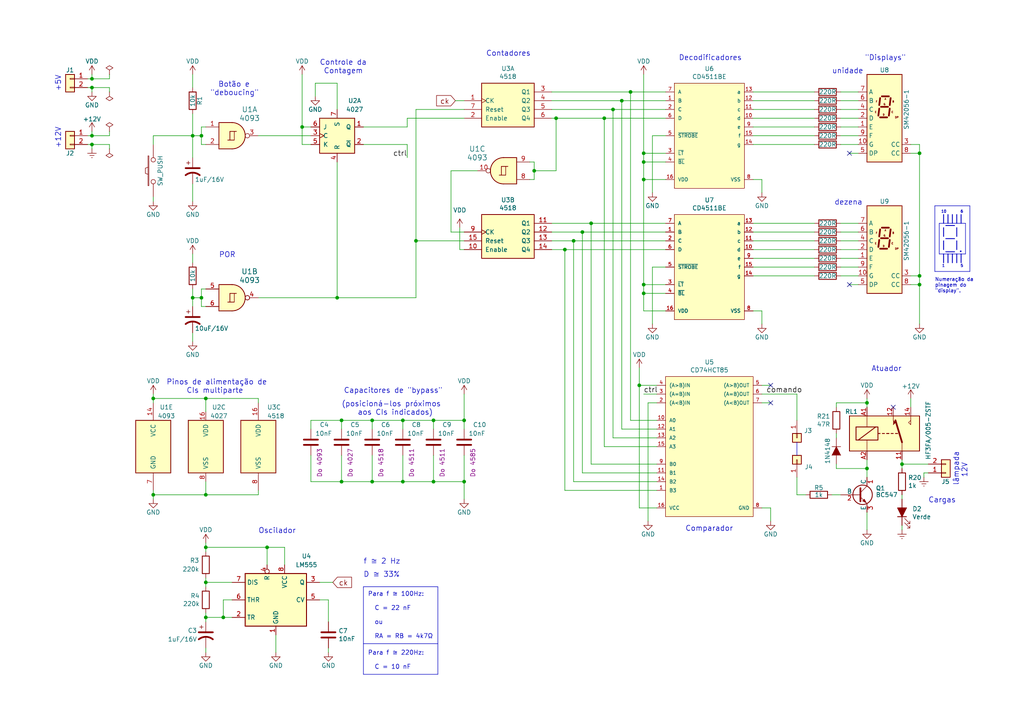
<source format=kicad_sch>
(kicad_sch (version 20230121) (generator eeschema)
  (paper "A4")
  (title_block (title "Dado Digital - CMOS") (date "2023-07-24") (rev "1.1.0") (company "ETE102 - Fundamentos de Circuitos Digitais") (comment 1 "Licença: CC-BY-SA (http://creativecommons.org/licenses/by-sa/4.0/)"))
  (junction (at 186.69 52.07))
  (junction (at 177.8 31.75))
  (junction (at 55.88 86.36))
  (junction (at 64.77 179.07))
  (junction (at 186.69 82.55))
  (junction (at 59.69 143.51))
  (junction (at 55.88 39.37))
  (junction (at 154.94 49.53))
  (junction (at 168.91 67.31))
  (junction (at 116.84 121.92))
  (junction (at 161.29 34.29))
  (junction (at 99.06 121.92))
  (junction (at 77.47 158.75))
  (junction (at 26.67 41.91))
  (junction (at 87.63 36.83))
  (junction (at 97.79 86.36))
  (junction (at 125.73 121.92))
  (junction (at 59.69 158.75))
  (junction (at 266.7 44.45))
  (junction (at 266.7 82.55))
  (junction (at 44.45 115.57))
  (junction (at 185.42 111.76))
  (junction (at 171.45 64.77))
  (junction (at 163.83 72.39))
  (junction (at 251.46 135.89))
  (junction (at 261.62 134.62))
  (junction (at 116.84 139.7))
  (junction (at 180.34 29.21))
  (junction (at 186.69 44.45))
  (junction (at 107.95 139.7))
  (junction (at 99.06 139.7))
  (junction (at 59.69 179.07))
  (junction (at 125.73 139.7))
  (junction (at 134.62 121.92))
  (junction (at 251.46 116.84))
  (junction (at 26.67 22.86))
  (junction (at 58.42 39.37))
  (junction (at 120.65 69.85))
  (junction (at 26.67 39.37))
  (junction (at 59.69 115.57))
  (junction (at 166.37 69.85))
  (junction (at 107.95 121.92))
  (junction (at 44.45 143.51))
  (junction (at 58.42 86.36))
  (junction (at 59.69 168.91))
  (junction (at 134.62 139.7))
  (junction (at 175.26 34.29))
  (junction (at 26.67 25.4))
  (junction (at 186.69 46.99))
  (junction (at 186.69 85.09))
  (junction (at 182.88 26.67))
  (junction (at 266.7 80.01))
  (no_connect (at 223.52 111.76))
  (no_connect (at 223.52 116.84))
  (no_connect (at 246.38 82.55))
  (no_connect (at 246.38 44.45))
  (no_connect (at 259.08 118.11))
  (wire (pts (xy 74.93 143.51) (xy 59.69 143.51)))
  (wire (pts (xy 116.84 139.7) (xy 107.95 139.7)))
  (wire (pts (xy 243.84 34.29) (xy 248.92 34.29)))
  (wire (pts (xy 59.69 158.75) (xy 59.69 160.02)))
  (wire (pts (xy 166.37 69.85) (xy 166.37 139.7)))
  (wire (pts (xy 134.62 132.08) (xy 134.62 139.7)))
  (polyline (pts (xy 278.511 72.771) (xy 278.765 72.771)))
  (wire (pts (xy 120.65 69.85) (xy 120.65 31.75)))
  (wire (pts (xy 218.44 69.85) (xy 236.22 69.85)))
  (wire (pts (xy 175.26 129.54) (xy 190.5 129.54)))
  (wire (pts (xy 246.38 82.55) (xy 248.92 82.55)))
  (wire (pts (xy 171.45 64.77) (xy 171.45 134.62)))
  (wire (pts (xy 177.8 127) (xy 190.5 127)))
  (polyline (pts (xy 127 195.58) (xy 105.41 195.58)))
  (wire (pts (xy 242.57 135.89) (xy 251.46 135.89)))
  (wire (pts (xy 99.06 121.92) (xy 107.95 121.92)))
  (wire (pts (xy 44.45 58.42) (xy 44.45 57.15)))
  (wire (pts (xy 193.04 85.09) (xy 186.69 85.09)))
  (wire (pts (xy 218.44 67.31) (xy 236.22 67.31)))
  (wire (pts (xy 26.67 22.86) (xy 31.75 22.86)))
  (wire (pts (xy 95.25 180.34) (xy 95.25 173.99)))
  (wire (pts (xy 223.52 147.32) (xy 223.52 151.13)))
  (wire (pts (xy 97.79 86.36) (xy 120.65 86.36)))
  (wire (pts (xy 130.81 67.31) (xy 130.81 49.53)))
  (wire (pts (xy 77.47 163.83) (xy 77.47 158.75)))
  (wire (pts (xy 125.73 121.92) (xy 134.62 121.92)))
  (wire (pts (xy 218.44 34.29) (xy 236.22 34.29)))
  (wire (pts (xy 182.88 121.92) (xy 182.88 26.67)))
  (polyline (pts (xy 271.145 78.74) (xy 281.305 78.74)))
  (wire (pts (xy 218.44 36.83) (xy 236.22 36.83)))
  (wire (pts (xy 261.62 134.62) (xy 261.62 135.89)))
  (wire (pts (xy 186.69 85.09) (xy 186.69 90.17)))
  (wire (pts (xy 74.93 142.24) (xy 74.93 143.51)))
  (wire (pts (xy 55.88 83.82) (xy 55.88 86.36)))
  (wire (pts (xy 95.25 189.23) (xy 95.25 187.96)))
  (wire (pts (xy 266.7 44.45) (xy 264.16 44.45)))
  (wire (pts (xy 107.95 124.46) (xy 107.95 121.92)))
  (wire (pts (xy 58.42 86.36) (xy 55.88 86.36)))
  (wire (pts (xy 25.4 25.4) (xy 26.67 25.4)))
  (wire (pts (xy 44.45 115.57) (xy 59.69 115.57)))
  (polyline (pts (xy 273.685 69.85) (xy 273.685 72.39)) (stroke (width 0.254) (type solid)))
  (wire (pts (xy 251.46 115.57) (xy 251.46 116.84)))
  (wire (pts (xy 163.83 142.24) (xy 190.5 142.24)))
  (wire (pts (xy 168.91 67.31) (xy 168.91 137.16)))
  (wire (pts (xy 90.17 41.91) (xy 87.63 41.91)))
  (wire (pts (xy 269.24 137.16) (xy 267.97 137.16)))
  (wire (pts (xy 242.57 125.73) (xy 242.57 127)))
  (wire (pts (xy 134.62 121.92) (xy 134.62 124.46)))
  (wire (pts (xy 99.06 139.7) (xy 99.06 132.08)))
  (wire (pts (xy 64.77 173.99) (xy 67.31 173.99)))
  (wire (pts (xy 193.04 90.17) (xy 186.69 90.17)))
  (polyline (pts (xy 277.495 73.66) (xy 277.495 76.2)) (stroke (width 0.254) (type solid)))
  (wire (pts (xy 266.7 41.91) (xy 266.7 44.45)))
  (polyline (pts (xy 273.685 73.66) (xy 273.685 76.2)) (stroke (width 0.254) (type solid)))
  (polyline (pts (xy 272.415 73.66) (xy 280.035 73.66)) (stroke (width 0) (type solid)))
  (wire (pts (xy 120.65 86.36) (xy 120.65 69.85)))
  (wire (pts (xy 80.01 189.23) (xy 80.01 184.15)))
  (wire (pts (xy 243.84 41.91) (xy 248.92 41.91)))
  (wire (pts (xy 218.44 29.21) (xy 236.22 29.21)))
  (wire (pts (xy 125.73 139.7) (xy 116.84 139.7)))
  (wire (pts (xy 59.69 168.91) (xy 59.69 170.18)))
  (wire (pts (xy 261.62 143.51) (xy 261.62 144.78)))
  (wire (pts (xy 175.26 129.54) (xy 175.26 34.29)))
  (polyline (pts (xy 281.305 59.69) (xy 271.145 59.69)))
  (wire (pts (xy 26.67 39.37) (xy 31.75 39.37)))
  (wire (pts (xy 160.02 72.39) (xy 163.83 72.39)))
  (wire (pts (xy 243.84 26.67) (xy 248.92 26.67)))
  (wire (pts (xy 55.88 33.02) (xy 55.88 39.37)))
  (polyline (pts (xy 276.225 62.23) (xy 276.225 64.77)) (stroke (width 0.254) (type solid)))
  (wire (pts (xy 231.14 143.51) (xy 231.14 138.43)))
  (wire (pts (xy 31.75 25.4) (xy 31.75 26.67)))
  (wire (pts (xy 90.17 121.92) (xy 99.06 121.92)))
  (wire (pts (xy 87.63 21.59) (xy 87.63 36.83)))
  (polyline (pts (xy 272.415 64.77) (xy 272.415 73.66)) (stroke (width 0) (type solid)))
  (wire (pts (xy 154.94 46.99) (xy 154.94 49.53)))
  (wire (pts (xy 116.84 139.7) (xy 116.84 132.08)))
  (wire (pts (xy 251.46 133.35) (xy 251.46 135.89)))
  (wire (pts (xy 182.88 26.67) (xy 193.04 26.67)))
  (wire (pts (xy 59.69 115.57) (xy 74.93 115.57)))
  (wire (pts (xy 168.91 67.31) (xy 193.04 67.31)))
  (wire (pts (xy 220.98 90.17) (xy 220.98 93.98)))
  (wire (pts (xy 58.42 39.37) (xy 58.42 41.91)))
  (wire (pts (xy 193.04 39.37) (xy 189.23 39.37)))
  (wire (pts (xy 243.84 36.83) (xy 248.92 36.83)))
  (wire (pts (xy 261.62 152.4) (xy 261.62 153.67)))
  (wire (pts (xy 166.37 69.85) (xy 193.04 69.85)))
  (wire (pts (xy 185.42 111.76) (xy 190.5 111.76)))
  (wire (pts (xy 105.41 36.83) (xy 118.11 36.83)))
  (wire (pts (xy 177.8 31.75) (xy 193.04 31.75)))
  (wire (pts (xy 59.69 143.51) (xy 44.45 143.51)))
  (wire (pts (xy 266.7 80.01) (xy 266.7 82.55)))
  (wire (pts (xy 166.37 139.7) (xy 190.5 139.7)))
  (wire (pts (xy 160.02 67.31) (xy 168.91 67.31)))
  (wire (pts (xy 90.17 139.7) (xy 90.17 132.08)))
  (wire (pts (xy 266.7 44.45) (xy 266.7 80.01)))
  (wire (pts (xy 82.55 158.75) (xy 82.55 163.83)))
  (polyline (pts (xy 276.225 73.66) (xy 276.225 76.2)) (stroke (width 0.254) (type solid)))
  (wire (pts (xy 96.52 168.91) (xy 92.71 168.91)))
  (wire (pts (xy 261.62 134.62) (xy 269.24 134.62)))
  (wire (pts (xy 264.16 118.11) (xy 264.16 115.57)))
  (wire (pts (xy 243.84 74.93) (xy 248.92 74.93)))
  (wire (pts (xy 77.47 158.75) (xy 82.55 158.75)))
  (wire (pts (xy 218.44 26.67) (xy 236.22 26.67)))
  (wire (pts (xy 186.69 52.07) (xy 186.69 82.55)))
  (wire (pts (xy 74.93 86.36) (xy 97.79 86.36)))
  (wire (pts (xy 246.38 44.45) (xy 248.92 44.45)))
  (wire (pts (xy 185.42 111.76) (xy 185.42 106.68)))
  (wire (pts (xy 186.69 44.45) (xy 186.69 46.99)))
  (wire (pts (xy 107.95 139.7) (xy 99.06 139.7)))
  (wire (pts (xy 193.04 77.47) (xy 189.23 77.47)))
  (wire (pts (xy 175.26 34.29) (xy 193.04 34.29)))
  (wire (pts (xy 218.44 52.07) (xy 220.98 52.07)))
  (wire (pts (xy 31.75 22.86) (xy 31.75 21.59)))
  (wire (pts (xy 154.94 49.53) (xy 154.94 52.07)))
  (wire (pts (xy 180.34 124.46) (xy 180.34 29.21)))
  (wire (pts (xy 120.65 31.75) (xy 134.62 31.75)))
  (wire (pts (xy 55.88 21.59) (xy 55.88 25.4)))
  (wire (pts (xy 193.04 44.45) (xy 186.69 44.45)))
  (polyline (pts (xy 231.14 128.27) (xy 231.14 132.08)))
  (wire (pts (xy 267.97 137.16) (xy 267.97 138.43)))
  (wire (pts (xy 58.42 36.83) (xy 58.42 39.37)))
  (wire (pts (xy 26.67 41.91) (xy 31.75 41.91)))
  (wire (pts (xy 31.75 41.91) (xy 31.75 43.18)))
  (wire (pts (xy 44.45 116.84) (xy 44.45 115.57)))
  (wire (pts (xy 125.73 124.46) (xy 125.73 121.92)))
  (wire (pts (xy 118.11 34.29) (xy 118.11 36.83)))
  (wire (pts (xy 160.02 26.67) (xy 182.88 26.67)))
  (wire (pts (xy 67.31 168.91) (xy 59.69 168.91)))
  (wire (pts (xy 154.94 49.53) (xy 161.29 49.53)))
  (wire (pts (xy 182.88 121.92) (xy 190.5 121.92)))
  (wire (pts (xy 26.67 25.4) (xy 31.75 25.4)))
  (wire (pts (xy 44.45 39.37) (xy 55.88 39.37)))
  (wire (pts (xy 161.29 34.29) (xy 175.26 34.29)))
  (wire (pts (xy 231.14 143.51) (xy 233.68 143.51)))
  (wire (pts (xy 105.41 41.91) (xy 118.11 41.91)))
  (wire (pts (xy 243.84 69.85) (xy 248.92 69.85)))
  (wire (pts (xy 134.62 139.7) (xy 125.73 139.7)))
  (polyline (pts (xy 105.41 170.18) (xy 127 170.18)))
  (wire (pts (xy 59.69 179.07) (xy 64.77 179.07)))
  (wire (pts (xy 134.62 139.7) (xy 134.62 144.78)))
  (wire (pts (xy 251.46 148.59) (xy 251.46 153.67)))
  (wire (pts (xy 161.29 49.53) (xy 161.29 34.29)))
  (wire (pts (xy 154.94 52.07) (xy 153.67 52.07)))
  (polyline (pts (xy 278.765 73.025) (xy 278.511 73.025)))
  (wire (pts (xy 116.84 121.92) (xy 125.73 121.92)))
  (polyline (pts (xy 274.955 62.23) (xy 274.955 64.77)) (stroke (width 0.254) (type solid)))
  (wire (pts (xy 44.45 143.51) (xy 44.45 142.24)))
  (wire (pts (xy 251.46 135.89) (xy 251.46 138.43)))
  (wire (pts (xy 44.45 39.37) (xy 44.45 41.91)))
  (polyline (pts (xy 271.145 59.69) (xy 271.145 78.74)))
  (polyline (pts (xy 271.145 59.69) (xy 271.145 59.69)))
  (wire (pts (xy 186.69 46.99) (xy 186.69 52.07)))
  (wire (pts (xy 58.42 88.9) (xy 59.69 88.9)))
  (wire (pts (xy 118.11 34.29) (xy 134.62 34.29)))
  (wire (pts (xy 116.84 124.46) (xy 116.84 121.92)))
  (wire (pts (xy 133.35 66.04) (xy 133.35 72.39)))
  (wire (pts (xy 125.73 132.08) (xy 125.73 139.7)))
  (wire (pts (xy 218.44 31.75) (xy 236.22 31.75)))
  (wire (pts (xy 134.62 72.39) (xy 133.35 72.39)))
  (wire (pts (xy 25.4 22.86) (xy 26.67 22.86)))
  (wire (pts (xy 107.95 132.08) (xy 107.95 139.7)))
  (wire (pts (xy 243.84 31.75) (xy 248.92 31.75)))
  (wire (pts (xy 251.46 116.84) (xy 251.46 118.11)))
  (wire (pts (xy 59.69 187.96) (xy 59.69 189.23)))
  (polyline (pts (xy 105.41 170.18) (xy 105.41 195.58)))
  (wire (pts (xy 59.69 158.75) (xy 77.47 158.75)))
  (wire (pts (xy 243.84 64.77) (xy 248.92 64.77)))
  (polyline (pts (xy 274.32 73.025) (xy 276.86 73.025)) (stroke (width 0.254) (type solid)))
  (wire (pts (xy 223.52 116.84) (xy 220.98 116.84)))
  (wire (pts (xy 26.67 41.91) (xy 26.67 43.18)))
  (wire (pts (xy 64.77 179.07) (xy 64.77 173.99)))
  (polyline (pts (xy 273.685 66.04) (xy 273.685 68.58)) (stroke (width 0.254) (type solid)))
  (wire (pts (xy 189.23 39.37) (xy 189.23 55.88)))
  (wire (pts (xy 160.02 31.75) (xy 177.8 31.75)))
  (wire (pts (xy 59.69 83.82) (xy 58.42 83.82)))
  (wire (pts (xy 58.42 83.82) (xy 58.42 86.36)))
  (wire (pts (xy 87.63 36.83) (xy 87.63 41.91)))
  (polyline (pts (xy 127 170.18) (xy 127 195.58)))
  (wire (pts (xy 99.06 139.7) (xy 90.17 139.7)))
  (wire (pts (xy 190.5 114.3) (xy 186.69 114.3)))
  (wire (pts (xy 59.69 157.48) (xy 59.69 158.75)))
  (wire (pts (xy 25.4 41.91) (xy 26.67 41.91)))
  (wire (pts (xy 134.62 69.85) (xy 120.65 69.85)))
  (wire (pts (xy 218.44 39.37) (xy 236.22 39.37)))
  (wire (pts (xy 218.44 41.91) (xy 236.22 41.91)))
  (wire (pts (xy 190.5 147.32) (xy 185.42 147.32)))
  (wire (pts (xy 74.93 115.57) (xy 74.93 116.84)))
  (wire (pts (xy 220.98 147.32) (xy 223.52 147.32)))
  (wire (pts (xy 220.98 52.07) (xy 220.98 55.88)))
  (wire (pts (xy 59.69 139.7) (xy 59.69 143.51)))
  (wire (pts (xy 171.45 134.62) (xy 190.5 134.62)))
  (wire (pts (xy 160.02 34.29) (xy 161.29 34.29)))
  (wire (pts (xy 90.17 36.83) (xy 87.63 36.83)))
  (wire (pts (xy 186.69 21.59) (xy 186.69 44.45)))
  (wire (pts (xy 55.88 76.2) (xy 55.88 73.66)))
  (wire (pts (xy 97.79 46.99) (xy 97.79 86.36)))
  (polyline (pts (xy 277.495 69.85) (xy 277.495 72.39)) (stroke (width 0.254) (type solid)))
  (wire (pts (xy 134.62 121.92) (xy 134.62 114.3)))
  (wire (pts (xy 55.88 58.42) (xy 55.88 53.34)))
  (wire (pts (xy 25.4 39.37) (xy 26.67 39.37)))
  (wire (pts (xy 163.83 72.39) (xy 163.83 142.24)))
  (wire (pts (xy 59.69 119.38) (xy 59.69 115.57)))
  (wire (pts (xy 266.7 82.55) (xy 264.16 82.55)))
  (polyline (pts (xy 278.765 73.66) (xy 278.765 76.2)) (stroke (width 0.254) (type solid)))
  (wire (pts (xy 243.84 80.01) (xy 248.92 80.01)))
  (wire (pts (xy 185.42 147.32) (xy 185.42 111.76)))
  (wire (pts (xy 187.96 116.84) (xy 190.5 116.84)))
  (wire (pts (xy 186.69 82.55) (xy 186.69 85.09)))
  (wire (pts (xy 153.67 46.99) (xy 154.94 46.99)))
  (wire (pts (xy 58.42 41.91) (xy 59.69 41.91)))
  (wire (pts (xy 74.93 39.37) (xy 90.17 39.37)))
  (wire (pts (xy 242.57 135.89) (xy 242.57 134.62)))
  (polyline (pts (xy 274.32 65.405) (xy 276.86 65.405)) (stroke (width 0.254) (type solid)))
  (polyline (pts (xy 274.955 73.66) (xy 274.955 76.2)) (stroke (width 0.254) (type solid)))
  (wire (pts (xy 26.67 38.1) (xy 26.67 39.37)))
  (wire (pts (xy 55.88 39.37) (xy 58.42 39.37)))
  (wire (pts (xy 218.44 80.01) (xy 236.22 80.01)))
  (polyline (pts (xy 277.495 66.04) (xy 277.495 68.58)) (stroke (width 0.254) (type solid)))
  (polyline (pts (xy 127 186.69) (xy 105.41 186.69)))
  (wire (pts (xy 231.14 114.3) (xy 231.14 121.92)))
  (wire (pts (xy 160.02 64.77) (xy 171.45 64.77)))
  (wire (pts (xy 58.42 86.36) (xy 58.42 88.9)))
  (wire (pts (xy 242.57 116.84) (xy 242.57 118.11)))
  (polyline (pts (xy 278.765 72.771) (xy 278.765 73.025)))
  (polyline (pts (xy 281.305 78.74) (xy 281.305 59.69)))
  (wire (pts (xy 180.34 124.46) (xy 190.5 124.46)))
  (wire (pts (xy 160.02 29.21) (xy 180.34 29.21)))
  (wire (pts (xy 130.81 49.53) (xy 138.43 49.53)))
  (polyline (pts (xy 277.495 62.23) (xy 277.495 64.77)) (stroke (width 0.254) (type solid)))
  (wire (pts (xy 97.79 24.13) (xy 97.79 31.75)))
  (wire (pts (xy 160.02 69.85) (xy 166.37 69.85)))
  (wire (pts (xy 95.25 173.99) (xy 92.71 173.99)))
  (wire (pts (xy 26.67 22.86) (xy 26.67 21.59)))
  (wire (pts (xy 218.44 90.17) (xy 220.98 90.17)))
  (wire (pts (xy 243.84 77.47) (xy 248.92 77.47)))
  (wire (pts (xy 218.44 77.47) (xy 236.22 77.47)))
  (wire (pts (xy 44.45 115.57) (xy 44.45 114.3)))
  (wire (pts (xy 171.45 64.77) (xy 193.04 64.77)))
  (wire (pts (xy 190.5 137.16) (xy 168.91 137.16)))
  (wire (pts (xy 261.62 134.62) (xy 261.62 133.35)))
  (wire (pts (xy 251.46 116.84) (xy 242.57 116.84)))
  (wire (pts (xy 177.8 127) (xy 177.8 31.75)))
  (wire (pts (xy 266.7 41.91) (xy 264.16 41.91)))
  (wire (pts (xy 59.69 179.07) (xy 59.69 180.34)))
  (wire (pts (xy 193.04 46.99) (xy 186.69 46.99)))
  (wire (pts (xy 243.84 29.21) (xy 248.92 29.21)))
  (wire (pts (xy 180.34 29.21) (xy 193.04 29.21)))
  (wire (pts (xy 220.98 114.3) (xy 231.14 114.3)))
  (wire (pts (xy 67.31 179.07) (xy 64.77 179.07)))
  (wire (pts (xy 31.75 39.37) (xy 31.75 38.1)))
  (wire (pts (xy 130.81 67.31) (xy 134.62 67.31)))
  (wire (pts (xy 266.7 82.55) (xy 266.7 93.98)))
  (wire (pts (xy 218.44 72.39) (xy 236.22 72.39)))
  (wire (pts (xy 223.52 111.76) (xy 220.98 111.76)))
  (wire (pts (xy 193.04 52.07) (xy 186.69 52.07)))
  (polyline (pts (xy 278.765 62.23) (xy 278.765 64.77)) (stroke (width 0.254) (type solid)))
  (wire (pts (xy 266.7 80.01) (xy 264.16 80.01)))
  (wire (pts (xy 90.17 124.46) (xy 90.17 121.92)))
  (polyline (pts (xy 273.685 62.23) (xy 273.685 64.77)) (stroke (width 0.254) (type solid)))
  (wire (pts (xy 218.44 64.77) (xy 236.22 64.77)))
  (wire (pts (xy 163.83 72.39) (xy 193.04 72.39)))
  (wire (pts (xy 59.69 167.64) (xy 59.69 168.91)))
  (wire (pts (xy 241.3 143.51) (xy 243.84 143.51)))
  (wire (pts (xy 193.04 82.55) (xy 186.69 82.55)))
  (wire (pts (xy 26.67 25.4) (xy 26.67 26.67)))
  (wire (pts (xy 97.79 24.13) (xy 91.44 24.13)))
  (wire (pts (xy 55.88 39.37) (xy 55.88 45.72)))
  (wire (pts (xy 55.88 96.52) (xy 55.88 99.06)))
  (polyline (pts (xy 280.035 73.66) (xy 280.035 64.77)) (stroke (width 0) (type solid)))
  (wire (pts (xy 132.08 29.21) (xy 134.62 29.21)))
  (polyline (pts (xy 278.511 72.771) (xy 278.511 73.025)))
  (wire (pts (xy 99.06 124.46) (xy 99.06 121.92)))
  (polyline (pts (xy 272.415 64.77) (xy 280.035 64.77)) (stroke (width 0) (type solid)))
  (wire (pts (xy 59.69 36.83) (xy 58.42 36.83)))
  (wire (pts (xy 187.96 116.84) (xy 187.96 151.13)))
  (wire (pts (xy 91.44 24.13) (xy 91.44 27.94)))
  (wire (pts (xy 243.84 67.31) (xy 248.92 67.31)))
  (wire (pts (xy 59.69 177.8) (xy 59.69 179.07)))
  (wire (pts (xy 243.84 72.39) (xy 248.92 72.39)))
  (wire (pts (xy 189.23 77.47) (xy 189.23 93.98)))
  (wire (pts (xy 107.95 121.92) (xy 116.84 121.92)))
  (polyline (pts (xy 274.32 69.215) (xy 276.86 69.215)) (stroke (width 0.254) (type solid)))
  (wire (pts (xy 118.11 41.91) (xy 118.11 45.72)))
  (wire (pts (xy 44.45 144.78) (xy 44.45 143.51)))
  (wire (pts (xy 243.84 39.37) (xy 248.92 39.37)))
  (wire (pts (xy 218.44 74.93) (xy 236.22 74.93)))
  (wire (pts (xy 55.88 86.36) (xy 55.88 88.9)))
  (text "Capacitores de \"bypass\"" (at 99.695 114.3 0) (effects (font (size 1.524 1.524)) (justify left bottom)))
  (text "1" (at 273.177 77.724 0) (effects (font (size 0.762 0.762)) (justify left bottom)))
  (text "+12V" (at 17.78 43.18 90) (effects (font (size 1.524 1.524)) (justify left bottom)))
  (text "Para f ≅ 220Hz:\n\n  C = 10 nF" (at 106.68 194.31 0) (effects (font (size 1.27 1.27)) (justify left bottom)))
  (text "POR" (at 63.5 74.93 0) (effects (font (size 1.524 1.524)) (justify left bottom)))
  (text "Decodificadores" (at 196.85 17.78 0) (effects (font (size 1.524 1.524)) (justify left bottom)))
  (text "Para f ≅ 100Hz:\n\n  C = 22 nF\n\n  ou\n\n  RA = RB = 4k7Ω" (at 106.68 185.42 0) (effects (font (size 1.27 1.27)) (justify left bottom)))
  (text "Pinos de alimentação de\n     CIs multiparte" (at 48.26 114.3 0) (effects (font (size 1.524 1.524)) (justify left bottom)))
  (text "Oscilador" (at 74.93 154.94 0) (effects (font (size 1.524 1.524)) (justify left bottom)))
  (text "10" (at 272.923 61.976 0) (effects (font (size 0.762 0.762)) (justify left bottom)))
  (text "unidade" (at 241.3 21.59 0) (effects (font (size 1.524 1.524)) (justify left bottom)))
  (text "\"Displays\"" (at 250.825 17.78 0) (effects (font (size 1.524 1.524)) (justify left bottom)))
  (text "+5V" (at 17.78 26.67 90) (effects (font (size 1.524 1.524)) (justify left bottom)))
  (text "D ≅ 33%" (at 105.41 167.64 0) (effects (font (size 1.524 1.524)) (justify left bottom)))
  (text "Cargas" (at 269.24 146.05 0) (effects (font (size 1.524 1.524)) (justify left bottom)))
  (text "6" (at 278.511 61.976 0) (effects (font (size 0.762 0.762)) (justify left bottom)))
  (text "5" (at 278.511 77.724 0) (effects (font (size 0.762 0.762)) (justify left bottom)))
  (text "  Botão e\n\"deboucing\"" (at 60.96 27.94 0) (effects (font (size 1.524 1.524)) (justify left bottom)))
  (text "Atuador" (at 252.73 107.95 0) (effects (font (size 1.524 1.524)) (justify left bottom)))
  (text "Controle da\n Contagem" (at 92.71 21.59 0) (effects (font (size 1.524 1.524)) (justify left bottom)))
  (text "dezena" (at 250.19 59.69 0) (effects (font (size 1.524 1.524)) (justify right bottom)))
  (text "lâmpada\n  12V" (at 280.67 140.97 90) (effects (font (size 1.524 1.524)) (justify left bottom)))
  (text "(posicioná-los próximos\n    aos CIs indicados)" (at 99.06 120.65 0) (effects (font (size 1.524 1.524)) (justify left bottom)))
  (text "Contadores" (at 140.97 16.51 0) (effects (font (size 1.524 1.524)) (justify left bottom)))
  (text "Comparador" (at 198.755 154.305 0) (effects (font (size 1.524 1.524)) (justify left bottom)))
  (text "f ≅ 2 Hz" (at 105.41 163.83 0) (effects (font (size 1.524 1.524)) (justify left bottom)))
  (text "Numeração da\npinagem do\n\"display\"." (at 271.145 85.09 0) (effects (font (size 1.016 1.016)) (justify left bottom)))
  (label "comando" (at 222.25 114.3 0) (effects (font (size 1.524 1.524))))
  (label "ctrl" (at 118.11 45.72 180) (effects (font (size 1.524 1.524))))
  (label "ctrl" (at 186.69 114.3 0) (effects (font (size 1.524 1.524))))
  (global_label "ck" (shape input) (at 132.08 29.21 180) (effects (font (size 1.524 1.524))) (property "Intersheetrefs" "${INTERSHEET_REFS}" (effects hide)))
  (global_label "ck" (shape input) (at 96.52 168.91 0) (effects (font (size 1.524 1.524))) (property "Intersheetrefs" "${INTERSHEET_REFS}" (effects hide)))
  (symbol (lib_id "DD_CMOS-rescue:SW_PUSH") (at 44.45 49.53 90) (unit 1)
    (property "Reference" "SW1" (effects hide))
    (property "Value" "SW_PUSH" (at 46.482 49.53 0))
    (property "Footprint" "Button_Switch_THT:SW_PUSH_6mm" (effects hide))
  )
  (symbol (lib_id "power:GND") (at 44.45 58.42 0) (unit 1)
    (property "Reference" "#PWR06" (effects hide))
    (property "Value" "GND" (at 44.45 62.23 0))
  )
  (symbol (lib_id "DD_CMOS-rescue:R") (at 55.88 29.21 0) (unit 1)
    (property "Reference" "R1" (at 57.912 29.21 90))
    (property "Value" "10k" (at 55.88 29.21 90))
    (property "Footprint" "Resistor_THT:R_Axial_DIN0207_L6.3mm_D2.5mm_P10.16mm_Horizontal" (effects hide))
  )
  (symbol (lib_id "DD_CMOS-rescue:CP1-Device") (at 55.88 49.53 0) (unit 1)
    (property "Reference" "C1" (effects hide))
    (property "Value" "1uF/16V" (at 56.515 52.07 0) (effects (justify left)))
    (property "Footprint" "Capacitor_THT:CP_Radial_D5.0mm_P2.50mm" (effects hide))
  )
  (symbol (lib_id "power:GND") (at 55.88 58.42 0) (unit 1)
    (property "Reference" "#PWR010" (effects hide))
    (property "Value" "GND" (at 55.88 62.23 0))
  )
  (symbol (lib_id "power:VDD") (at 87.63 21.59 0) (unit 1)
    (property "Reference" "#PWR015" (effects hide))
    (property "Value" "VDD" (at 87.63 17.78 0))
  )
  (symbol (lib_id "4xxx:4027") (at 97.79 39.37 0) (unit 1)
    (property "Reference" "U2" (at 102.87 29.21 0))
    (property "Value" "4027" (at 102.87 31.75 0))
    (property "Footprint" "Package_DIP:DIP-16_W7.62mm_LongPads" (effects hide))
  )
  (symbol (lib_id "power:VDD") (at 55.88 73.66 0) (unit 1)
    (property "Reference" "#PWR011" (effects hide))
    (property "Value" "VDD" (at 55.88 69.85 0))
  )
  (symbol (lib_id "DD_CMOS-rescue:R") (at 55.88 80.01 0) (unit 1)
    (property "Reference" "R2" (effects hide))
    (property "Value" "10k" (at 55.88 80.01 90))
    (property "Footprint" "Resistor_THT:R_Axial_DIN0207_L6.3mm_D2.5mm_P10.16mm_Horizontal" (effects hide))
  )
  (symbol (lib_id "DD_CMOS-rescue:CP1-Device") (at 55.88 92.71 0) (unit 1)
    (property "Reference" "C2" (effects hide))
    (property "Value" "10uF/16V" (at 56.515 95.25 0) (effects (justify left)))
    (property "Footprint" "Capacitor_THT:CP_Radial_D5.0mm_P2.50mm" (effects hide))
  )
  (symbol (lib_id "power:GND") (at 55.88 99.06 0) (unit 1)
    (property "Reference" "#PWR012" (effects hide))
    (property "Value" "GND" (at 55.88 102.87 0))
  )
  (symbol (lib_id "power:VDD") (at 55.88 21.59 0) (unit 1)
    (property "Reference" "#PWR09" (effects hide))
    (property "Value" "VDD" (at 55.88 17.78 0))
  )
  (symbol (lib_id "DD_CMOS-rescue:R") (at 237.49 143.51 90) (unit 1)
    (property "Reference" "R5" (at 237.49 141.478 90))
    (property "Value" "1k" (at 237.49 143.51 90))
    (property "Footprint" "Resistor_THT:R_Axial_DIN0207_L6.3mm_D2.5mm_P10.16mm_Horizontal" (effects hide))
  )
  (symbol (lib_id "DD_CMOS-rescue:BC549") (at 248.92 143.51 0) (unit 1)
    (property "Reference" "Q1" (at 254 141.605 0) (effects (justify left)))
    (property "Value" "BC547" (at 254 143.51 0) (effects (justify left)))
    (property "Footprint" "Package_TO_SOT_THT:TO-92" (effects hide))
  )
  (symbol (lib_id "DD_CMOS-rescue:D") (at 242.57 130.81 270) (unit 1)
    (property "Reference" "D1" (effects hide))
    (property "Value" "1N4148" (at 240.03 130.81 0))
    (property "Footprint" "Diode_THT:D_DO-34_SOD68_P7.62mm_Horizontal" (effects hide))
  )
  (symbol (lib_id "power:VDD") (at 251.46 115.57 0) (unit 1)
    (property "Reference" "#PWR030" (effects hide))
    (property "Value" "VDD" (at 251.46 111.76 0))
  )
  (symbol (lib_id "power:GND") (at 251.46 153.67 0) (unit 1)
    (property "Reference" "#PWR031" (effects hide))
    (property "Value" "GND" (at 251.46 157.48 0))
  )
  (symbol (lib_id "power:GND") (at 187.96 151.13 0) (unit 1)
    (property "Reference" "#PWR024" (effects hide))
    (property "Value" "GND" (at 187.96 154.94 0))
  )
  (symbol (lib_id "DD_CMOS-rescue:R") (at 240.03 26.67 90) (unit 1)
    (property "Reference" "R6" (effects hide))
    (property "Value" "220R" (at 240.03 26.67 90))
    (property "Footprint" "Resistor_THT:R_Axial_DIN0207_L6.3mm_D2.5mm_P10.16mm_Horizontal" (effects hide))
  )
  (symbol (lib_id "power:VDD") (at 186.69 21.59 0) (unit 1)
    (property "Reference" "#PWR023" (effects hide))
    (property "Value" "VDD" (at 186.69 17.78 0))
  )
  (symbol (lib_id "power:GND") (at 189.23 55.88 0) (unit 1)
    (property "Reference" "#PWR025" (effects hide))
    (property "Value" "GND" (at 189.23 59.69 0))
  )
  (symbol (lib_id "power:GND") (at 91.44 27.94 0) (unit 1)
    (property "Reference" "#PWR016" (effects hide))
    (property "Value" "GND" (at 91.44 31.75 0))
  )
  (symbol (lib_id "power:GND") (at 266.7 93.98 0) (unit 1)
    (property "Reference" "#PWR034" (effects hide))
    (property "Value" "GND" (at 266.7 97.79 0))
  )
  (symbol (lib_id "power:VDD") (at 185.42 106.68 0) (unit 1)
    (property "Reference" "#PWR022" (effects hide))
    (property "Value" "VDD" (at 185.42 102.87 0))
  )
  (symbol (lib_id "power:GND") (at 26.67 26.67 0) (unit 1)
    (property "Reference" "#PWR02" (effects hide))
    (property "Value" "GND" (at 26.67 30.48 0))
  )
  (symbol (lib_id "4xxx:HEF4093B") (at 67.31 39.37 0) (unit 1)
    (property "Reference" "U1" (at 72.39 31.75 0) (effects (font (size 1.524 1.524))))
    (property "Value" "4093" (at 72.39 34.29 0) (effects (font (size 1.524 1.524))))
    (property "Footprint" "Package_DIP:DIP-14_W7.62mm_LongPads" (effects hide))
  )
  (symbol (lib_id "power:VDD") (at 44.45 114.3 0) (unit 1)
    (property "Reference" "#PWR07" (effects hide))
    (property "Value" "VDD" (at 44.45 110.49 0))
  )
  (symbol (lib_id "power:GND") (at 44.45 144.78 0) (unit 1)
    (property "Reference" "#PWR08" (effects hide))
    (property "Value" "GND" (at 44.45 148.59 0))
  )
  (symbol (lib_id "power:VDD") (at 26.67 21.59 0) (unit 1)
    (property "Reference" "#PWR01" (effects hide))
    (property "Value" "VDD" (at 26.67 17.78 0))
  )
  (symbol (lib_id "power:PWR_FLAG") (at 31.75 26.67 180) (unit 1)
    (property "Reference" "#PWR05" (effects hide))
    (property "Value" "PWR_FLAG" (effects hide))
  )
  (symbol (lib_id "power:GND") (at 189.23 93.98 0) (unit 1)
    (property "Reference" "#PWR026" (effects hide))
    (property "Value" "GND" (at 189.23 97.79 0))
  )
  (symbol (lib_id "power:+12V") (at 264.16 115.57 0) (unit 1)
    (property "Reference" "#PWR033" (effects hide))
    (property "Value" "+12V" (at 264.16 112.014 0))
  )
  (symbol (lib_id "power:+12V") (at 26.67 38.1 0) (unit 1)
    (property "Reference" "#PWR03" (effects hide))
    (property "Value" "+12V" (at 26.67 34.544 0))
  )
  (symbol (lib_id "DD_CMOS-rescue:FINDER-40.51") (at 256.54 125.73 0) (unit 1)
    (property "Reference" "RL1" (at 245.11 119.38 0) (effects (justify left)))
    (property "Value" "HF3FA/005-ZSTF" (at 269.24 133.35 90) (effects (justify left)))
    (property "Footprint" "Relay_THT:Relay_SPDT_SANYOU_SRD_Series_Form_C" (effects hide))
  )
  (symbol (lib_id "power:PWR_FLAG") (at 31.75 43.18 180) (unit 1)
    (property "Reference" "#FLG03" (effects hide))
    (property "Value" "PWR_FLAG" (effects hide))
  )
  (symbol (lib_id "power:PWR_FLAG") (at 31.75 38.1 0) (unit 1)
    (property "Reference" "#FLG02" (effects hide))
    (property "Value" "PWR_FLAG" (effects hide))
  )
  (symbol (lib_id "power:PWR_FLAG") (at 31.75 21.59 0) (unit 1)
    (property "Reference" "#FLG01" (effects hide))
    (property "Value" "PWR_FLAG" (effects hide))
  )
  (symbol (lib_id "4xxx:HEF4093B") (at 44.45 129.54 0) (unit 5)
    (property "Reference" "U1" (at 48.26 118.11 0))
    (property "Value" "4093" (at 48.26 120.65 0))
    (property "Footprint" "Package_DIP:DIP-14_W7.62mm_LongPads" (effects hide))
  )
  (symbol (lib_id "4xxx:HEF4093B") (at 67.31 86.36 0) (unit 2)
    (property "Reference" "U1" (at 72.39 78.74 0) (effects (font (size 1.524 1.524))))
    (property "Value" "4093" (at 72.39 81.28 0) (effects (font (size 1.524 1.524))))
    (property "Footprint" "Package_DIP:DIP-14_W7.62mm_LongPads" (effects hide))
  )
  (symbol (lib_id "4xxx:4518") (at 147.32 29.21 0) (unit 1)
    (property "Reference" "U3" (at 147.32 19.8882 0))
    (property "Value" "4518" (at 147.32 22.1996 0))
    (property "Footprint" "Package_DIP:DIP-16_W7.62mm_LongPads" (effects hide))
    (property "Datasheet" "http://www.intersil.com/content/dam/Intersil/documents/cd45/cd4518bms-20bms.pdf" (effects hide))
  )
  (symbol (lib_id "4xxx:4518") (at 147.32 67.31 0) (unit 2)
    (property "Reference" "U3" (at 147.32 57.9882 0))
    (property "Value" "4518" (at 147.32 60.2996 0))
    (property "Footprint" "Package_DIP:DIP-16_W7.62mm_LongPads" (effects hide))
    (property "Datasheet" "http://www.intersil.com/content/dam/Intersil/documents/cd45/cd4518bms-20bms.pdf" (effects hide))
  )
  (symbol (lib_id "4xxx:4518") (at 74.93 129.54 0) (unit 3)
    (property "Reference" "U3" (at 77.47 118.11 0) (effects (justify left)))
    (property "Value" "4518" (at 77.47 120.65 0) (effects (justify left)))
    (property "Footprint" "Package_DIP:DIP-16_W7.62mm_LongPads" (effects hide))
    (property "Datasheet" "http://www.intersil.com/content/dam/Intersil/documents/cd45/cd4518bms-20bms.pdf" (effects hide))
  )
  (symbol (lib_id "4xxx:4027") (at 59.69 129.54 0) (unit 3)
    (property "Reference" "U2" (at 63.5 118.11 0))
    (property "Value" "4027" (at 63.5 120.65 0))
    (property "Footprint" "Package_DIP:DIP-16_W7.62mm_LongPads" (effects hide))
  )
  (symbol (lib_id "DD_CMOS-rescue:CD4511BE-eec") (at 190.5 26.67 0) (unit 1)
    (property "Reference" "U6" (at 205.74 19.939 0))
    (property "Value" "CD4511BE" (at 205.74 22.2504 0))
    (property "Footprint" "Package_DIP:DIP-16_W7.62mm_LongPads" (effects hide))
    (property "Datasheet" "http://www.ti.com/general/docs/lit/getliterature.tsp?genericPartNumber=CD4511B&fileType=pdf" (effects hide))
    (property "Code  JEDEC" "MS-001" (effects hide))
    (property "Component Link 1 Description" "Manufacturer URL" (effects hide))
    (property "Component Link 1 URL" "http://www.ti.com/" (effects hide))
    (property "Component Link 3 Description" "Package Specification" (effects hide))
    (property "Component Link 3 URL" "http://www.ti.com/litv/pdf/mpdi002c" (effects hide))
    (property "Datasheet Version" "SCHS072B" (effects hide))
    (property "Mounting Technology" "Through Hole" (effects hide))
    (property "Package Description" "16-Pin Plastic In-Line, Body 19.305 x 6.35 mm, Pitch 2.54 mm" (effects hide))
    (property "Package Version" "4040049/E" (effects hide))
    (property "Rating" "Military" (effects hide))
    (property "Sub Family" "Discrete Segment LED Driver" (effects hide))
    (property "Vin Max V" "18" (effects hide))
    (property "Vin Min V" "3" (effects hide))
    (property "category" "IC" (effects hide))
    (property "ciiva ids" "13585921" (effects hide))
    (property "library id" "8d74ce39b66b2924" (effects hide))
    (property "manufacturer" "Texas Instruments" (effects hide))
    (property "package" "N0016A" (effects hide))
    (property "release date" "1464591341" (effects hide))
    (property "rohs" "Yes" (effects hide))
    (property "vault revision" "B4FF7ED3-A38F-4FCD-BB2B-34C921878191" (effects hide))
    (property "imported" "yes" (effects hide))
  )
  (symbol (lib_id "DD_CMOS-rescue:CD4511BE-eec") (at 190.5 64.77 0) (unit 1)
    (property "Reference" "U7" (at 205.74 58.039 0))
    (property "Value" "CD4511BE" (at 205.74 60.3504 0))
    (property "Footprint" "Package_DIP:DIP-16_W7.62mm_LongPads" (effects hide))
    (property "Datasheet" "http://www.ti.com/general/docs/lit/getliterature.tsp?genericPartNumber=CD4511B&fileType=pdf" (effects hide))
    (property "Code  JEDEC" "MS-001" (effects hide))
    (property "Component Link 1 Description" "Manufacturer URL" (effects hide))
    (property "Component Link 1 URL" "http://www.ti.com/" (effects hide))
    (property "Component Link 3 Description" "Package Specification" (effects hide))
    (property "Component Link 3 URL" "http://www.ti.com/litv/pdf/mpdi002c" (effects hide))
    (property "Datasheet Version" "SCHS072B" (effects hide))
    (property "Mounting Technology" "Through Hole" (effects hide))
    (property "Package Description" "16-Pin Plastic In-Line, Body 19.305 x 6.35 mm, Pitch 2.54 mm" (effects hide))
    (property "Package Version" "4040049/E" (effects hide))
    (property "Rating" "Military" (effects hide))
    (property "Sub Family" "Discrete Segment LED Driver" (effects hide))
    (property "Vin Max V" "18" (effects hide))
    (property "Vin Min V" "3" (effects hide))
    (property "category" "IC" (effects hide))
    (property "ciiva ids" "13585921" (effects hide))
    (property "library id" "8d74ce39b66b2924" (effects hide))
    (property "manufacturer" "Texas Instruments" (effects hide))
    (property "package" "N0016A" (effects hide))
    (property "release date" "1464591341" (effects hide))
    (property "rohs" "Yes" (effects hide))
    (property "vault revision" "B4FF7ED3-A38F-4FCD-BB2B-34C921878191" (effects hide))
    (property "imported" "yes" (effects hide))
  )
  (symbol (lib_id "DD_CMOS-rescue:CD74HCT85-eec") (at 187.96 111.76 0) (unit 1)
    (property "Reference" "U5" (at 205.74 105.029 0))
    (property "Value" "CD74HCT85" (at 205.74 107.3404 0))
    (property "Footprint" "Package_DIP:DIP-16_W7.62mm_LongPads" (effects hide))
    (property "Bits" "4" (effects hide))
    (property "Datasheet Version" "SCHS136E" (effects hide))
    (property "F  Nom VoltageMaxMhz" "70" (effects hide))
    (property "ICC  Nom VoltageMaxmA" "0.08" (effects hide))
    (property "Input Type" "TTL" (effects hide))
    (property "Operating Temperature RangeC" "-55 to 125" (effects hide))
    (property "Output Drive IOLIOHMaxmA" "4/-4" (effects hide))
    (property "Output Type" "CMOS" (effects hide))
    (property "Rating" "Catalog" (effects hide))
    (property "Schmitt Trigger" "No" (effects hide))
    (property "Technology Family" "HCT" (effects hide))
    (property "VCC Max V" "5.5" (effects hide))
    (property "VCC Min V" "4.5" (effects hide))
    (property "Voltage Nom V" "4.5" (effects hide))
    (property "category" "IC" (effects hide))
    (property "ciiva ids" "1166062" (effects hide))
    (property "library id" "fa29bd229b596f21" (effects hide))
    (property "manufacturer" "Texas Instruments" (effects hide))
    (property "package" "D0016A" (effects hide))
    (property "release date" "1459323913" (effects hide))
    (property "vault revision" "D5493793-D314-4725-94A2-C5A5787CEF4A" (effects hide))
    (property "imported" "yes" (effects hide))
    (property "tpd  Nom VoltageMaxns" "50" (effects hide))
  )
  (symbol (lib_id "power:Earth") (at 26.67 43.18 0) (unit 1)
    (property "Reference" "#PWR04" (effects hide))
    (property "Value" "Earth" (effects hide))
  )
  (symbol (lib_id "DD_CMOS-rescue:R") (at 261.62 139.7 0) (unit 1)
    (property "Reference" "R20" (at 263.398 138.5316 0) (effects (justify left)))
    (property "Value" "1k" (at 263.398 140.843 0) (effects (justify left)))
    (property "Footprint" "Resistor_THT:R_Axial_DIN0207_L6.3mm_D2.5mm_P10.16mm_Horizontal" (effects hide))
  )
  (symbol (lib_id "DD_CMOS-rescue:LED_ALT-Device") (at 261.62 148.59 90) (unit 1)
    (property "Reference" "D2" (at 264.6172 147.5994 90) (effects (justify right)))
    (property "Value" "Verde" (at 264.6172 149.9108 90) (effects (justify right)))
    (property "Footprint" "LED_THT:LED_D3.0mm" (effects hide))
  )
  (symbol (lib_id "DD_CMOS-rescue:R") (at 242.57 121.92 0) (unit 1)
    (property "Reference" "R21" (at 240.8174 120.7516 0) (effects (justify right)))
    (property "Value" "47R" (at 240.8174 123.063 0) (effects (justify right)))
    (property "Footprint" "Resistor_THT:R_Axial_DIN0207_L6.3mm_D2.5mm_P10.16mm_Horizontal" (effects hide))
  )
  (symbol (lib_id "power:GND") (at 220.98 55.88 0) (unit 1)
    (property "Reference" "#PWR027" (effects hide))
    (property "Value" "GND" (at 220.98 59.69 0))
  )
  (symbol (lib_id "Connector_Generic:Conn_01x01") (at 231.14 127 270) (unit 1)
    (property "Reference" "J3" (at 233.172 124.9172 90) (effects (justify left)))
    (property "Value" "Conn_01x01" (effects hide))
    (property "Footprint" "Connector_PinHeader_1.00mm:PinHeader_1x01_P1.00mm_Vertical" (effects hide))
  )
  (symbol (lib_id "Connector_Generic:Conn_01x01") (at 231.14 133.35 90) (unit 1)
    (property "Reference" "J4" (at 233.3752 135.4328 90) (effects (justify right)))
    (property "Value" "Conn_01x01" (effects hide))
    (property "Footprint" "Connector_PinHeader_1.00mm:PinHeader_1x01_P1.00mm_Vertical" (effects hide))
  )
  (symbol (lib_id "Connector_Generic:Conn_01x02") (at 20.32 22.86 0) (mirror y) (unit 1)
    (property "Reference" "J1" (at 20.32 20.32 0))
    (property "Value" "Conn_01x02" (effects hide))
    (property "Footprint" "TerminalBlock_Phoenix:TerminalBlock_Phoenix_MKDS-1,5-2_1x02_P5.00mm_Horizontal" (effects hide))
  )
  (symbol (lib_id "Connector_Generic:Conn_01x02") (at 20.32 39.37 0) (mirror y) (unit 1)
    (property "Reference" "J2" (at 20.32 44.45 0))
    (property "Value" "Conn_01x02" (effects hide))
    (property "Footprint" "TerminalBlock_Phoenix:TerminalBlock_Phoenix_MKDS-1,5-2_1x02_P5.00mm_Horizontal" (effects hide))
  )
  (symbol (lib_id "Connector_Generic:Conn_01x02") (at 274.32 137.16 0) (mirror x) (unit 1)
    (property "Reference" "J5" (at 273.05 139.7 0) (effects (justify left)))
    (property "Value" "Conn_01x02" (effects hide))
    (property "Footprint" "TerminalBlock_Phoenix:TerminalBlock_Phoenix_MKDS-1,5-2_1x02_P5.00mm_Horizontal" (effects hide))
  )
  (symbol (lib_id "power:GND") (at 220.98 93.98 0) (unit 1)
    (property "Reference" "#PWR028" (effects hide))
    (property "Value" "GND" (at 220.98 97.79 0))
  )
  (symbol (lib_id "Display_Character:SM420561N") (at 256.54 34.29 0) (unit 1)
    (property "Reference" "U8" (at 256.54 20.32 0))
    (property "Value" "SM42056-1" (at 262.89 31.75 90))
    (property "Footprint" "Display_7Segment:7SegmentLED_LTS6760_LTS6780" (effects hide))
    (property "Datasheet" "https://datasheet.lcsc.com/szlcsc/Wuxi-ARK-Tech-Elec-SM420561N_C141367.pdf" (effects hide))
  )
  (symbol (lib_id "Display_Character:SM420561N") (at 256.54 72.39 0) (unit 1)
    (property "Reference" "U9" (at 256.54 58.42 0))
    (property "Value" "SM42056-1" (at 262.89 69.85 90))
    (property "Footprint" "Display_7Segment:7SegmentLED_LTS6760_LTS6780" (effects hide))
    (property "Datasheet" "https://datasheet.lcsc.com/szlcsc/Wuxi-ARK-Tech-Elec-SM420561N_C141367.pdf" (effects hide))
  )
  (symbol (lib_id "DD_CMOS-rescue:R") (at 240.03 29.21 90) (unit 1)
    (property "Reference" "R7" (effects hide))
    (property "Value" "220R" (at 240.03 29.21 90))
    (property "Footprint" "Resistor_THT:R_Axial_DIN0207_L6.3mm_D2.5mm_P10.16mm_Horizontal" (effects hide))
  )
  (symbol (lib_id "DD_CMOS-rescue:R") (at 240.03 31.75 90) (unit 1)
    (property "Reference" "R8" (effects hide))
    (property "Value" "220R" (at 240.03 31.75 90))
    (property "Footprint" "Resistor_THT:R_Axial_DIN0207_L6.3mm_D2.5mm_P10.16mm_Horizontal" (effects hide))
  )
  (symbol (lib_id "DD_CMOS-rescue:R") (at 240.03 34.29 90) (unit 1)
    (property "Reference" "R9" (effects hide))
    (property "Value" "220R" (at 240.03 34.29 90))
    (property "Footprint" "Resistor_THT:R_Axial_DIN0207_L6.3mm_D2.5mm_P10.16mm_Horizontal" (effects hide))
  )
  (symbol (lib_id "DD_CMOS-rescue:R") (at 240.03 36.83 90) (unit 1)
    (property "Reference" "R10" (effects hide))
    (property "Value" "220R" (at 240.03 36.83 90))
    (property "Footprint" "Resistor_THT:R_Axial_DIN0207_L6.3mm_D2.5mm_P10.16mm_Horizontal" (effects hide))
  )
  (symbol (lib_id "DD_CMOS-rescue:R") (at 240.03 39.37 90) (unit 1)
    (property "Reference" "R11" (effects hide))
    (property "Value" "220R" (at 240.03 39.37 90))
    (property "Footprint" "Resistor_THT:R_Axial_DIN0207_L6.3mm_D2.5mm_P10.16mm_Horizontal" (effects hide))
  )
  (symbol (lib_id "DD_CMOS-rescue:R") (at 240.03 41.91 90) (unit 1)
    (property "Reference" "R12" (effects hide))
    (property "Value" "220R" (at 240.03 41.91 90))
    (property "Footprint" "Resistor_THT:R_Axial_DIN0207_L6.3mm_D2.5mm_P10.16mm_Horizontal" (effects hide))
  )
  (symbol (lib_id "DD_CMOS-rescue:R") (at 240.03 64.77 90) (unit 1)
    (property "Reference" "R13" (effects hide))
    (property "Value" "220R" (at 240.03 64.77 90))
    (property "Footprint" "Resistor_THT:R_Axial_DIN0207_L6.3mm_D2.5mm_P10.16mm_Horizontal" (effects hide))
  )
  (symbol (lib_id "DD_CMOS-rescue:R") (at 240.03 67.31 90) (unit 1)
    (property "Reference" "R14" (effects hide))
    (property "Value" "220R" (at 240.03 67.31 90))
    (property "Footprint" "Resistor_THT:R_Axial_DIN0207_L6.3mm_D2.5mm_P10.16mm_Horizontal" (effects hide))
  )
  (symbol (lib_id "DD_CMOS-rescue:R") (at 240.03 69.85 90) (unit 1)
    (property "Reference" "R15" (effects hide))
    (property "Value" "220R" (at 240.03 69.85 90))
    (property "Footprint" "Resistor_THT:R_Axial_DIN0207_L6.3mm_D2.5mm_P10.16mm_Horizontal" (effects hide))
  )
  (symbol (lib_id "DD_CMOS-rescue:R") (at 240.03 72.39 90) (unit 1)
    (property "Reference" "R16" (effects hide))
    (property "Value" "220R" (at 240.03 72.39 90))
    (property "Footprint" "Resistor_THT:R_Axial_DIN0207_L6.3mm_D2.5mm_P10.16mm_Horizontal" (effects hide))
  )
  (symbol (lib_id "DD_CMOS-rescue:R") (at 240.03 74.93 90) (unit 1)
    (property "Reference" "R17" (effects hide))
    (property "Value" "220R" (at 240.03 74.93 90))
    (property "Footprint" "Resistor_THT:R_Axial_DIN0207_L6.3mm_D2.5mm_P10.16mm_Horizontal" (effects hide))
  )
  (symbol (lib_id "DD_CMOS-rescue:R") (at 240.03 77.47 90) (unit 1)
    (property "Reference" "R18" (effects hide))
    (property "Value" "220R" (at 240.03 77.47 90))
    (property "Footprint" "Resistor_THT:R_Axial_DIN0207_L6.3mm_D2.5mm_P10.16mm_Horizontal" (effects hide))
  )
  (symbol (lib_id "DD_CMOS-rescue:R") (at 240.03 80.01 90) (unit 1)
    (property "Reference" "R19" (effects hide))
    (property "Value" "220R" (at 240.03 80.01 90))
    (property "Footprint" "Resistor_THT:R_Axial_DIN0207_L6.3mm_D2.5mm_P10.16mm_Horizontal" (effects hide))
  )
  (symbol (lib_id "power:Earth") (at 261.62 153.67 0) (unit 1)
    (property "Reference" "#PWR032" (effects hide))
    (property "Value" "Earth" (effects hide))
  )
  (symbol (lib_id "power:GND") (at 223.52 151.13 0) (unit 1)
    (property "Reference" "#PWR029" (effects hide))
    (property "Value" "GND" (at 223.52 154.94 0))
  )
  (symbol (lib_id "DD_CMOS-rescue:C") (at 90.17 128.27 0) (unit 1)
    (property "Reference" "C4" (at 92.71 123.19 0) (effects (justify left)))
    (property "Value" "10nF" (at 91.44 125.73 0) (effects (justify left)))
    (property "Footprint" "Capacitor_THT:C_Disc_D5.0mm_W2.5mm_P2.50mm" (effects hide))
    (property "Observação" "Do 4093" (at 92.71 138.43 90) (effects (justify left)))
  )
  (symbol (lib_id "DD_CMOS-rescue:C") (at 99.06 128.27 0) (unit 1)
    (property "Reference" "C5" (at 101.6 123.19 0) (effects (justify left)))
    (property "Value" "10nF" (at 100.33 125.73 0) (effects (justify left)))
    (property "Footprint" "Capacitor_THT:C_Disc_D5.0mm_W2.5mm_P2.50mm" (effects hide))
    (property "Observação" "Do 4027" (at 101.6 138.43 90) (effects (justify left)))
  )
  (symbol (lib_id "DD_CMOS-rescue:C") (at 107.95 128.27 0) (unit 1)
    (property "Reference" "C6" (at 110.49 123.19 0) (effects (justify left)))
    (property "Value" "10nF" (at 109.22 125.73 0) (effects (justify left)))
    (property "Footprint" "Capacitor_THT:C_Disc_D5.0mm_W2.5mm_P2.50mm" (effects hide))
    (property "Observação" "Do 4518" (at 110.49 138.43 90) (effects (justify left)))
  )
  (symbol (lib_id "DD_CMOS-rescue:C") (at 116.84 128.27 0) (unit 1)
    (property "Reference" "C8" (at 119.38 123.19 0) (effects (justify left)))
    (property "Value" "10nF" (at 118.11 125.73 0) (effects (justify left)))
    (property "Footprint" "Capacitor_THT:C_Disc_D5.0mm_W2.5mm_P2.50mm" (effects hide))
    (property "Observação" "Do 4511" (at 119.38 138.43 90) (effects (justify left)))
  )
  (symbol (lib_id "DD_CMOS-rescue:C") (at 125.73 128.27 0) (unit 1)
    (property "Reference" "C9" (at 128.27 123.19 0) (effects (justify left)))
    (property "Value" "10nF" (at 127 125.73 0) (effects (justify left)))
    (property "Footprint" "Capacitor_THT:C_Disc_D5.0mm_W2.5mm_P2.50mm" (effects hide))
    (property "Observação" "Do 4511" (at 128.27 138.43 90) (effects (justify left)))
  )
  (symbol (lib_id "DD_CMOS-rescue:C") (at 134.62 128.27 0) (unit 1)
    (property "Reference" "C10" (at 137.16 123.19 0) (effects (justify left)))
    (property "Value" "10nF" (at 135.89 125.73 0) (effects (justify left)))
    (property "Footprint" "Capacitor_THT:C_Disc_D5.0mm_W2.5mm_P2.50mm" (effects hide))
    (property "Observação" "Do 4585" (at 137.16 138.43 90) (effects (justify left)))
  )
  (symbol (lib_id "power:VDD") (at 134.62 114.3 0) (unit 1)
    (property "Reference" "#PWR020" (effects hide))
    (property "Value" "VDD" (at 134.62 110.49 0))
  )
  (symbol (lib_id "power:GND") (at 134.62 144.78 0) (unit 1)
    (property "Reference" "#PWR021" (effects hide))
    (property "Value" "GND" (at 134.62 148.59 0))
  )
  (symbol (lib_id "power:GND") (at 80.01 189.23 0) (unit 1)
    (property "Reference" "#PWR017" (effects hide))
    (property "Value" "GND" (at 80.01 193.04 0))
  )
  (symbol (lib_id "DD_CMOS-rescue:R") (at 59.69 173.99 0) (unit 1)
    (property "Reference" "R4" (at 57.9374 172.8216 0) (effects (justify right)))
    (property "Value" "220k" (at 57.9374 175.133 0) (effects (justify right)))
    (property "Footprint" "Resistor_THT:R_Axial_DIN0207_L6.3mm_D2.5mm_P10.16mm_Horizontal" (effects hide))
  )
  (symbol (lib_id "DD_CMOS-rescue:R") (at 59.69 163.83 0) (unit 1)
    (property "Reference" "R3" (at 57.785 162.56 0) (effects (justify right)))
    (property "Value" "220k" (at 57.785 165.1 0) (effects (justify right)))
    (property "Footprint" "Resistor_THT:R_Axial_DIN0207_L6.3mm_D2.5mm_P10.16mm_Horizontal" (effects hide))
  )
  (symbol (lib_id "DD_CMOS-rescue:CP1-Device") (at 59.69 184.15 0) (unit 1)
    (property "Reference" "C3" (at 57.15 182.88 0) (effects (justify right)))
    (property "Value" "1uF/16V" (at 57.15 185.42 0) (effects (justify right)))
    (property "Footprint" "Capacitor_THT:CP_Radial_D5.0mm_P2.50mm" (effects hide))
  )
  (symbol (lib_id "power:GND") (at 59.69 189.23 0) (unit 1)
    (property "Reference" "#PWR014" (effects hide))
    (property "Value" "GND" (at 59.69 193.04 0))
  )
  (symbol (lib_id "power:GND") (at 95.25 189.23 0) (unit 1)
    (property "Reference" "#PWR018" (effects hide))
    (property "Value" "GND" (at 95.25 193.04 0))
  )
  (symbol (lib_id "power:VDD") (at 59.69 157.48 0) (unit 1)
    (property "Reference" "#PWR013" (effects hide))
    (property "Value" "VDD" (at 59.69 153.67 0))
  )
  (symbol (lib_id "DD_CMOS-rescue:LM555-Pessoal") (at 80.01 173.99 0) (unit 1)
    (property "Reference" "U4" (at 88.9 161.29 0))
    (property "Value" "LM555" (at 88.9 163.83 0))
    (property "Footprint" "Package_DIP:DIP-8_W7.62mm" (effects hide))
    (property "Datasheet" "http://www.ti.com/lit/ds/symlink/ne555.pdf" (effects hide))
  )
  (symbol (lib_id "DD_CMOS-rescue:C") (at 95.25 184.15 0) (unit 1)
    (property "Reference" "C7" (at 98.171 182.9816 0) (effects (justify left)))
    (property "Value" "10nF" (at 98.171 185.293 0) (effects (justify left)))
    (property "Footprint" "Capacitor_THT:C_Disc_D5.0mm_W2.5mm_P2.50mm" (effects hide))
  )
  (symbol (lib_id "power:Earth") (at 267.97 138.43 0) (unit 1)
    (property "Reference" "#PWR035" (effects hide))
    (property "Value" "Earth" (effects hide))
  )
  (symbol (lib_id "4xxx:HEF4093B") (at 146.05 49.53 180) (unit 3)
    (property "Reference" "U1" (at 138.43 43.18 0) (effects (font (size 1.524 1.524))))
    (property "Value" "4093" (at 138.43 45.72 0) (effects (font (size 1.524 1.524))))
    (property "Footprint" "Package_DIP:DIP-14_W7.62mm_LongPads" (effects hide))
  )
  (symbol (lib_id "power:VDD") (at 133.35 66.04 0) (unit 1)
    (property "Reference" "#PWR036" (effects hide))
    (property "Value" "VDD" (at 133.35 60.96 0))
  )
)
</source>
